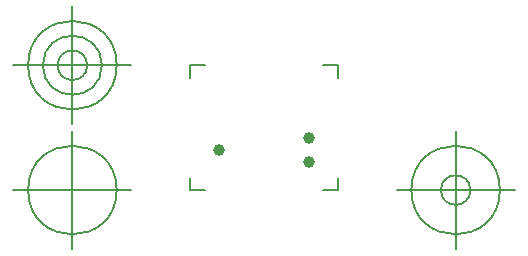
<source format=gbr>
G04 Generated by Ultiboard 11.0 *
%FSLAX25Y25*%
%MOIN*%

%ADD10C,0.00500*%
%ADD11C,0.03900*%


G04 ColorRGB 9900CC for the following layer *
%LNSolder Mask Bottom*%
%LPD*%
%FSLAX25Y25*%
%MOIN*%
G54D10*
X10498Y10748D02*
X10498Y14908D01*
X10498Y10748D02*
X15398Y10748D01*
X59503Y10748D02*
X54602Y10748D01*
X59503Y10748D02*
X59503Y14908D01*
X59503Y52353D02*
X59503Y48192D01*
X59503Y52353D02*
X54602Y52353D01*
X10498Y52353D02*
X15398Y52353D01*
X10498Y52353D02*
X10498Y48192D01*
X-9188Y10748D02*
X-48558Y10748D01*
X-28873Y-8938D02*
X-28873Y30433D01*
X-43636Y10748D02*
G75*
D01*
G02X-43636Y10748I14764J0*
G01*
X79188Y10748D02*
X118558Y10748D01*
X98873Y-8938D02*
X98873Y30433D01*
X84109Y10748D02*
G75*
D01*
G02X84109Y10748I14764J0*
G01*
X93951Y10748D02*
G75*
D01*
G02X93951Y10748I4921J0*
G01*
X-9188Y52353D02*
X-48558Y52353D01*
X-28873Y32668D02*
X-28873Y72038D01*
X-43636Y52353D02*
G75*
D01*
G02X-43636Y52353I14764J0*
G01*
X-38715Y52353D02*
G75*
D01*
G02X-38715Y52353I9843J0*
G01*
X-33794Y52353D02*
G75*
D01*
G02X-33794Y52353I4921J0*
G01*
G54D11*
X20000Y24000D03*
X50000Y20000D03*
X50000Y28000D03*

M00*

</source>
